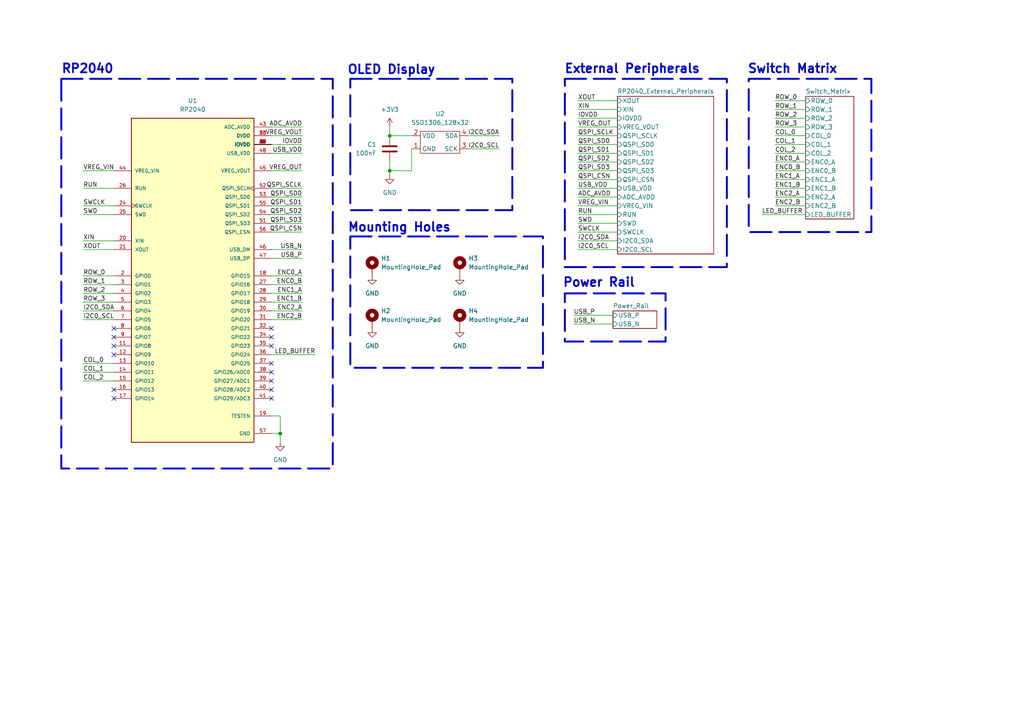
<source format=kicad_sch>
(kicad_sch (version 20231120) (generator "eeschema") (generator_version "8.0")
  (paper "A4")
  (title_block (title "RP2040_Macropad_3x3") (date "2025-08-30") (rev "V0_1") (company "Drag0th"))
  (lib_symbols
    (symbol "Device:C" (pin_numbers hide) (pin_names (offset 0.254))
      (property "Reference" "C" (at 0.635 2.54 0))
      (property "Value" "C" (at 0.635 -2.54 0))
      (symbol "C_0_1"
        (polyline (pts (xy -2.032 -0.762) (xy 2.032 -0.762)) (stroke (width 0.508)))
        (polyline (pts (xy -2.032 0.762) (xy 2.032 0.762)) (stroke (width 0.508)))
      )
      (symbol "C_1_1"
        (pin passive line (at 0 3.81 270) (length 2.794) (name "~") (number "1"))
        (pin passive line (at 0 -3.81 90) (length 2.794) (name "~") (number "2"))
      )
    )
    (symbol "KSZ_KiCad_Symbol_Library:RP2040" (pin_names (offset 1.016))
      (property "Reference" "U" (at -17.78 50.8 0))
      (property "Value" "RP2040" (at -17.78 -48.26 0))
      (symbol "RP2040_0_0"
        (rectangle (start -17.78 -45.72) (end 17.78 48.26) (stroke (width 0.254)) (fill (type background)))
        (pin power_in line (at 22.86 40.64 180) (length 5.08) (name "IOVDD") (number "1"))
        (pin power_in line (at 22.86 40.64 180) (length 5.08) (name "IOVDD") (number "10"))
        (pin bidirectional line (at -22.86 -17.78 0) (length 5.08) (name "GPIO8") (number "11"))
        (pin bidirectional line (at -22.86 -20.32 0) (length 5.08) (name "GPIO9") (number "12"))
        (pin bidirectional line (at -22.86 -22.86 0) (length 5.08) (name "GPIO10") (number "13"))
        (pin bidirectional line (at -22.86 -25.4 0) (length 5.08) (name "GPIO11") (number "14"))
        (pin bidirectional line (at -22.86 -27.94 0) (length 5.08) (name "GPIO12") (number "15"))
        (pin bidirectional line (at -22.86 -30.48 0) (length 5.08) (name "GPIO13") (number "16"))
        (pin bidirectional line (at -22.86 -33.02 0) (length 5.08) (name "GPIO14") (number "17"))
        (pin bidirectional line (at 22.86 2.54 180) (length 5.08) (name "GPIO15") (number "18"))
        (pin passive line (at 22.86 -38.1 180) (length 5.08) (name "TESTEN") (number "19"))
        (pin bidirectional line (at -22.86 2.54 0) (length 5.08) (name "GPIO0") (number "2"))
        (pin input line (at -22.86 12.7 0) (length 5.08) (name "XIN") (number "20"))
        (pin output line (at -22.86 10.16 0) (length 5.08) (name "XOUT") (number "21"))
        (pin power_in line (at 22.86 40.64 180) (length 5.08) (name "IOVDD") (number "22"))
        (pin power_in line (at 22.86 43.18 180) (length 5.08) (name "DVDD") (number "23"))
        (pin input clock (at -22.86 22.86 0) (length 5.08) (name "SWCLK") (number "24"))
        (pin bidirectional line (at -22.86 20.32 0) (length 5.08) (name "SWD") (number "25"))
        (pin input line (at -22.86 27.94 0) (length 5.08) (name "RUN") (number "26"))
        (pin bidirectional line (at 22.86 0 180) (length 5.08) (name "GPIO16") (number "27"))
        (pin bidirectional line (at 22.86 -2.54 180) (length 5.08) (name "GPIO17") (number "28"))
        (pin bidirectional line (at 22.86 -5.08 180) (length 5.08) (name "GPIO18") (number "29"))
        (pin bidirectional line (at -22.86 0 0) (length 5.08) (name "GPIO1") (number "3"))
        (pin bidirectional line (at 22.86 -7.62 180) (length 5.08) (name "GPIO19") (number "30"))
        (pin bidirectional line (at 22.86 -10.16 180) (length 5.08) (name "GPIO20") (number "31"))
        (pin bidirectional line (at 22.86 -12.7 180) (length 5.08) (name "GPIO21") (number "32"))
        (pin power_in line (at 22.86 40.64 180) (length 5.08) (name "IOVDD") (number "33"))
        (pin bidirectional line (at 22.86 -15.24 180) (length 5.08) (name "GPIO22") (number "34"))
        (pin bidirectional line (at 22.86 -17.78 180) (length 5.08) (name "GPIO23") (number "35"))
        (pin bidirectional line (at 22.86 -20.32 180) (length 5.08) (name "GPIO24") (number "36"))
        (pin bidirectional line (at 22.86 -22.86 180) (length 5.08) (name "GPIO25") (number "37"))
        (pin bidirectional line (at 22.86 -25.4 180) (length 5.08) (name "GPIO26/ADC0") (number "38"))
        (pin bidirectional line (at 22.86 -27.94 180) (length 5.08) (name "GPIO27/ADC1") (number "39"))
        (pin bidirectional line (at -22.86 -2.54 0) (length 5.08) (name "GPIO2") (number "4"))
        (pin bidirectional line (at 22.86 -30.48 180) (length 5.08) (name "GPIO28/ADC2") (number "40"))
        (pin bidirectional line (at 22.86 -33.02 180) (length 5.08) (name "GPIO29/ADC3") (number "41"))
        (pin power_in line (at 22.86 40.64 180) (length 5.08) (name "IOVDD") (number "42"))
        (pin power_in line (at 22.86 45.72 180) (length 5.08) (name "ADC_AVDD") (number "43"))
        (pin input line (at -22.86 33.02 0) (length 5.08) (name "VREG_VIN") (number "44"))
        (pin output line (at 22.86 33.02 180) (length 5.08) (name "VREG_VOUT") (number "45"))
        (pin bidirectional line (at 22.86 10.16 180) (length 5.08) (name "USB_DM") (number "46"))
        (pin bidirectional line (at 22.86 7.62 180) (length 5.08) (name "USB_DP") (number "47"))
        (pin power_in line (at 22.86 38.1 180) (length 5.08) (name "USB_VDD") (number "48"))
        (pin power_in line (at 22.86 40.64 180) (length 5.08) (name "IOVDD") (number "49"))
        (pin bidirectional line (at -22.86 -5.08 0) (length 5.08) (name "GPIO3") (number "5"))
        (pin power_in line (at 22.86 43.18 180) (length 5.08) (name "DVDD") (number "50"))
        (pin bidirectional line (at 22.86 17.78 180) (length 5.08) (name "QSPI_SD3") (number "51"))
        (pin bidirectional clock (at 22.86 27.94 180) (length 5.08) (name "QSPI_SCLK") (number "52"))
        (pin bidirectional line (at 22.86 25.4 180) (length 5.08) (name "QSPI_SD0") (number "53"))
        (pin bidirectional line (at 22.86 20.32 180) (length 5.08) (name "QSPI_SD2") (number "54"))
        (pin bidirectional line (at 22.86 22.86 180) (length 5.08) (name "QSPI_SD1") (number "55"))
        (pin bidirectional line (at 22.86 15.24 180) (length 5.08) (name "QSPI_CSN") (number "56"))
        (pin power_in line (at 22.86 -43.18 180) (length 5.08) (name "GND") (number "57"))
        (pin bidirectional line (at -22.86 -7.62 0) (length 5.08) (name "GPIO4") (number "6"))
        (pin bidirectional line (at -22.86 -10.16 0) (length 5.08) (name "GPIO5") (number "7"))
        (pin bidirectional line (at -22.86 -12.7 0) (length 5.08) (name "GPIO6") (number "8"))
        (pin bidirectional line (at -22.86 -15.24 0) (length 5.08) (name "GPIO7") (number "9"))
      )
    )
    (symbol "KSZ_KiCad_Symbol_Library:SSD1306_128x32_Display_Module"
      (property "Reference" "U" (at 0.762 1.016 0))
      (property "Value" "SSD1306_128x32" (at 8.128 -7.62 0))
      (symbol "SSD1306_128x32_Display_Module_0_1"
        (rectangle (start 0 0) (end 11.43 -6.35))
      )
      (symbol "SSD1306_128x32_Display_Module_1_1"
        (pin input line (at -2.54 -5.08 0) (length 2.54) (name "GND") (number "1"))
        (pin input line (at -2.54 -1.27 0) (length 2.54) (name "VDD") (number "2"))
        (pin input line (at 13.97 -5.08 180) (length 2.54) (name "SCK") (number "3"))
        (pin input line (at 13.97 -1.27 180) (length 2.54) (name "SDA") (number "4"))
      )
    )
    (symbol "Mechanical:MountingHole_Pad" (pin_numbers hide) (pin_names (offset 1.016) hide) (exclude_from_sim yes) (in_bom no)
      (property "Reference" "H" (at 0 6.35 0))
      (property "Value" "MountingHole_Pad" (at 0 4.445 0))
      (symbol "MountingHole_Pad_0_1"
        (circle (center 0 1.27) (radius 1.27) (stroke (width 1.27)))
      )
      (symbol "MountingHole_Pad_1_1"
        (pin input line (at 0 -2.54 90) (length 2.54) (name "1") (number "1"))
      )
    )
    (symbol "power:+3V3" (power) (pin_numbers hide) (pin_names (offset 0) hide)
      (property "Value" "+3V3" (at 0 3.556 0))
      (symbol "+3V3_0_1"
        (polyline (pts (xy -0.762 1.27) (xy 0 2.54)))
        (polyline (pts (xy 0 0) (xy 0 2.54)))
        (polyline (pts (xy 0 2.54) (xy 0.762 1.27)))
      )
      (symbol "+3V3_1_1"
        (pin power_in line (at 0 0 90) (length 0) (name "~") (number "1"))
      )
    )
    (symbol "power:GND" (power) (pin_numbers hide) (pin_names (offset 0) hide)
      (property "Value" "GND" (at 0 -3.81 0))
      (symbol "GND_0_1"
        (polyline (pts (xy 0 0) (xy 0 -1.27) (xy 1.27 -1.27) (xy 0 -2.54) (xy -1.27 -1.27) (xy 0 -1.27)))
      )
      (symbol "GND_1_1"
        (pin power_in line (at 0 0 270) (length 0) (name "~") (number "1"))
      )
    )
  )
  (junction (at 81.28 125.73))
  (junction (at 113.03 49.53))
  (junction (at 113.03 39.37))
  (no_connect (at 78.74 95.25))
  (no_connect (at 78.74 115.57))
  (no_connect (at 78.74 100.33))
  (no_connect (at 33.02 100.33))
  (no_connect (at 78.74 107.95))
  (no_connect (at 78.74 113.03))
  (no_connect (at 33.02 102.87))
  (no_connect (at 33.02 115.57))
  (no_connect (at 33.02 95.25))
  (no_connect (at 78.74 97.79))
  (no_connect (at 78.74 110.49))
  (no_connect (at 78.74 105.41))
  (no_connect (at 33.02 113.03))
  (no_connect (at 33.02 97.79))
  (wire (pts (xy 24.13 80.01) (xy 33.02 80.01)))
  (wire (pts (xy 113.03 46.99) (xy 113.03 49.53)))
  (wire (pts (xy 144.78 43.18) (xy 135.89 43.18)))
  (wire (pts (xy 224.79 59.69) (xy 233.68 59.69)))
  (wire (pts (xy 167.64 67.31) (xy 179.07 67.31)))
  (wire (pts (xy 24.13 92.71) (xy 33.02 92.71)))
  (wire (pts (xy 119.38 43.18) (xy 119.38 49.53)))
  (wire (pts (xy 119.38 49.53) (xy 113.03 49.53)))
  (wire (pts (xy 24.13 54.61) (xy 33.02 54.61)))
  (wire (pts (xy 224.79 46.99) (xy 233.68 46.99)))
  (wire (pts (xy 167.64 46.99) (xy 179.07 46.99)))
  (wire (pts (xy 224.79 41.91) (xy 233.68 41.91)))
  (wire (pts (xy 78.74 67.31) (xy 87.63 67.31)))
  (wire (pts (xy 113.03 49.53) (xy 113.03 50.8)))
  (wire (pts (xy 78.74 41.91) (xy 87.63 41.91)))
  (wire (pts (xy 78.74 59.69) (xy 87.63 59.69)))
  (wire (pts (xy 113.03 39.37) (xy 119.38 39.37)))
  (wire (pts (xy 167.64 31.75) (xy 179.07 31.75)))
  (wire (pts (xy 224.79 54.61) (xy 233.68 54.61)))
  (wire (pts (xy 78.74 72.39) (xy 87.63 72.39)))
  (wire (pts (xy 167.64 34.29) (xy 179.07 34.29)))
  (wire (pts (xy 167.64 72.39) (xy 179.07 72.39)))
  (wire (pts (xy 167.64 62.23) (xy 179.07 62.23)))
  (wire (pts (xy 167.64 49.53) (xy 179.07 49.53)))
  (wire (pts (xy 167.64 54.61) (xy 179.07 54.61)))
  (wire (pts (xy 167.64 44.45) (xy 179.07 44.45)))
  (wire (pts (xy 24.13 49.53) (xy 33.02 49.53)))
  (wire (pts (xy 78.74 80.01) (xy 87.63 80.01)))
  (wire (pts (xy 78.74 82.55) (xy 87.63 82.55)))
  (wire (pts (xy 224.79 36.83) (xy 233.68 36.83)))
  (wire (pts (xy 24.13 69.85) (xy 33.02 69.85)))
  (wire (pts (xy 113.03 36.83) (xy 113.03 39.37)))
  (wire (pts (xy 24.13 82.55) (xy 33.02 82.55)))
  (wire (pts (xy 24.13 110.49) (xy 33.02 110.49)))
  (wire (pts (xy 224.79 44.45) (xy 233.68 44.45)))
  (wire (pts (xy 24.13 59.69) (xy 33.02 59.69)))
  (wire (pts (xy 224.79 49.53) (xy 233.68 49.53)))
  (wire (pts (xy 24.13 107.95) (xy 33.02 107.95)))
  (wire (pts (xy 24.13 85.09) (xy 33.02 85.09)))
  (wire (pts (xy 78.74 64.77) (xy 87.63 64.77)))
  (wire (pts (xy 224.79 29.21) (xy 233.68 29.21)))
  (wire (pts (xy 224.79 39.37) (xy 233.68 39.37)))
  (wire (pts (xy 167.64 64.77) (xy 179.07 64.77)))
  (wire (pts (xy 78.74 44.45) (xy 87.63 44.45)))
  (wire (pts (xy 167.64 36.83) (xy 179.07 36.83)))
  (wire (pts (xy 167.64 39.37) (xy 179.07 39.37)))
  (wire (pts (xy 24.13 87.63) (xy 33.02 87.63)))
  (wire (pts (xy 166.37 93.98) (xy 177.8 93.98)))
  (wire (pts (xy 24.13 105.41) (xy 33.02 105.41)))
  (wire (pts (xy 78.74 74.93) (xy 87.63 74.93)))
  (wire (pts (xy 167.64 41.91) (xy 179.07 41.91)))
  (wire (pts (xy 220.98 62.23) (xy 233.68 62.23)))
  (wire (pts (xy 78.74 92.71) (xy 87.63 92.71)))
  (wire (pts (xy 78.74 125.73) (xy 81.28 125.73)))
  (wire (pts (xy 78.74 54.61) (xy 87.63 54.61)))
  (wire (pts (xy 24.13 90.17) (xy 33.02 90.17)))
  (wire (pts (xy 144.78 39.37) (xy 135.89 39.37)))
  (wire (pts (xy 167.64 69.85) (xy 179.07 69.85)))
  (wire (pts (xy 224.79 34.29) (xy 233.68 34.29)))
  (wire (pts (xy 78.74 120.65) (xy 81.28 120.65)))
  (wire (pts (xy 24.13 62.23) (xy 33.02 62.23)))
  (wire (pts (xy 78.74 62.23) (xy 87.63 62.23)))
  (wire (pts (xy 167.64 29.21) (xy 179.07 29.21)))
  (wire (pts (xy 78.74 49.53) (xy 87.63 49.53)))
  (wire (pts (xy 24.13 72.39) (xy 33.02 72.39)))
  (wire (pts (xy 78.74 87.63) (xy 87.63 87.63)))
  (wire (pts (xy 224.79 57.15) (xy 233.68 57.15)))
  (wire (pts (xy 78.74 90.17) (xy 87.63 90.17)))
  (wire (pts (xy 224.79 52.07) (xy 233.68 52.07)))
  (wire (pts (xy 167.64 59.69) (xy 179.07 59.69)))
  (wire (pts (xy 81.28 120.65) (xy 81.28 125.73)))
  (wire (pts (xy 78.74 102.87) (xy 91.44 102.87)))
  (wire (pts (xy 78.74 57.15) (xy 87.63 57.15)))
  (wire (pts (xy 224.79 31.75) (xy 233.68 31.75)))
  (wire (pts (xy 167.64 57.15) (xy 179.07 57.15)))
  (wire (pts (xy 166.37 91.44) (xy 177.8 91.44)))
  (wire (pts (xy 78.74 85.09) (xy 87.63 85.09)))
  (wire (pts (xy 81.28 125.73) (xy 81.28 128.27)))
  (wire (pts (xy 167.64 52.07) (xy 179.07 52.07)))
  (wire (pts (xy 78.74 36.83) (xy 87.63 36.83)))
  (wire (pts (xy 78.74 39.37) (xy 87.63 39.37)))
  (rectangle (start 101.6 22.86) (end 148.59 60.96) (stroke (width 0.5588) (type dash)))
  (rectangle (start 163.83 22.86) (end 210.82 77.47) (stroke (width 0.5588) (type dash)))
  (rectangle (start 17.78 22.86) (end 96.52 135.89) (stroke (width 0.5588) (type dash)))
  (rectangle (start 163.83 85.09) (end 193.04 99.06) (stroke (width 0.5588) (type dash)))
  (rectangle (start 217.17 22.86) (end 252.73 67.31) (stroke (width 0.5588) (type dash)))
  (rectangle (start 101.6 68.58) (end 157.48 106.68) (stroke (width 0.5588) (type dash)))
  (text "OLED Display" (at 113.538 20.32 0) (effects (font (size 2.54 2.54) (thickness 0.508) (bold yes))))
  (text "RP2040" (at 25.4 20.066 0) (effects (font (size 2.54 2.54) (thickness 0.508) (bold yes))))
  (text "External Peripherals" (at 183.388 20.066 0) (effects (font (size 2.54 2.54) (thickness 0.508) (bold yes))))
  (text "Switch Matrix" (at 229.87 20.066 0) (effects (font (size 2.54 2.54) (thickness 0.508) (bold yes))))
  (text "Mounting Holes" (at 115.824 66.04 0) (effects (font (size 2.54 2.54) (thickness 0.508) (bold yes))))
  (text "Power Rail" (at 173.736 82.042 0) (effects (font (size 2.54 2.54) (thickness 0.508) (bold yes))))
  (label "QSPI_SD2" (at 167.64 46.99 0))
  (label "ENC0_B" (at 87.63 82.55 180))
  (label "COL_0" (at 24.13 105.41 0))
  (label "IOVDD" (at 167.64 34.29 0))
  (label "QSPI_SD0" (at 87.63 57.15 180))
  (label "USB_VDD" (at 87.63 44.45 180))
  (label "QSPI_SD2" (at 87.63 62.23 180))
  (label "QSPI_SD1" (at 167.64 44.45 0))
  (label "COL_1" (at 24.13 107.95 0))
  (label "I2C0_SDA" (at 24.13 90.17 0))
  (label "ENC0_A" (at 87.63 80.01 180))
  (label "XOUT" (at 24.13 72.39 0))
  (label "I2C0_SCL" (at 144.78 43.18 180))
  (label "ENC2_B" (at 224.79 59.69 0))
  (label "LED_BUFFER" (at 220.98 62.23 0))
  (label "IOVDD" (at 87.63 41.91 180))
  (label "ROW_1" (at 24.13 82.55 0))
  (label "ROW_1" (at 224.79 31.75 0))
  (label "SWD" (at 24.13 62.23 0))
  (label "USB_P" (at 166.37 91.44 0))
  (label "QSPI_SCLK" (at 167.64 39.37 0))
  (label "ENC2_A" (at 87.63 90.17 180))
  (label "ROW_2" (at 224.79 34.29 0))
  (label "I2C0_SDA" (at 167.64 69.85 0))
  (label "QSPI_CSN" (at 87.63 67.31 180))
  (label "ENC2_B" (at 87.63 92.71 180))
  (label "COL_2" (at 224.79 44.45 0))
  (label "USB_N" (at 87.63 72.39 180))
  (label "ENC1_B" (at 224.79 54.61 0))
  (label "VREG_OUT" (at 87.63 49.53 180))
  (label "ROW_3" (at 24.13 87.63 0))
  (label "XIN" (at 167.64 31.75 0))
  (label "QSPI_SD3" (at 87.63 64.77 180))
  (label "ADC_AVDD" (at 167.64 57.15 0))
  (label "LED_BUFFER" (at 91.44 102.87 180))
  (label "ENC2_A" (at 224.79 57.15 0))
  (label "COL_2" (at 24.13 110.49 0))
  (label "ENC0_B" (at 224.79 49.53 0))
  (label "ENC1_A" (at 224.79 52.07 0))
  (label "ENC1_A" (at 87.63 85.09 180))
  (label "RUN" (at 24.13 54.61 0))
  (label "QSPI_SD1" (at 87.63 59.69 180))
  (label "RUN" (at 167.64 62.23 0))
  (label "ROW_2" (at 24.13 85.09 0))
  (label "QSPI_SD3" (at 167.64 49.53 0))
  (label "XOUT" (at 167.64 29.21 0))
  (label "QSPI_SD0" (at 167.64 41.91 0))
  (label "VREG_OUT" (at 167.64 36.83 0))
  (label "ROW_0" (at 224.79 29.21 0))
  (label "USB_P" (at 87.63 74.93 180))
  (label "ENC0_A" (at 224.79 46.99 0))
  (label "SWCLK" (at 167.64 67.31 0))
  (label "VREG_VIN" (at 167.64 59.69 0))
  (label "SWD" (at 167.64 64.77 0))
  (label "ROW_3" (at 224.79 36.83 0))
  (label "I2C0_SCL" (at 167.64 72.39 0))
  (label "ROW_0" (at 24.13 80.01 0))
  (label "VREG_VOUT" (at 87.63 39.37 180))
  (label "XIN" (at 24.13 69.85 0))
  (label "QSPI_SCLK" (at 87.63 54.61 180))
  (label "COL_0" (at 224.79 39.37 0))
  (label "QSPI_CSN" (at 167.64 52.07 0))
  (label "SWCLK" (at 24.13 59.69 0))
  (label "COL_1" (at 224.79 41.91 0))
  (label "USB_N" (at 166.37 93.98 0))
  (label "VREG_VIN" (at 24.13 49.53 0))
  (label "ADC_AVDD" (at 87.63 36.83 180))
  (label "I2C0_SCL" (at 24.13 92.71 0))
  (label "ENC1_B" (at 87.63 87.63 180))
  (label "I2C0_SDA" (at 144.78 39.37 180))
  (label "USB_VDD" (at 167.64 54.61 0))
  (symbol (lib_id "power:GND") (at 133.35 95.25 0) (unit 1)
    (property "Reference" "#PWR096" (effects (hide yes)))
    (property "Value" "GND" (at 133.35 100.33 0))
    (property "Description" "Power symbol creates a global label with name \"GND\" , ground" (effects (hide yes)))
  )
  (symbol (lib_id "power:+3V3") (at 113.03 36.83 0) (unit 1)
    (property "Reference" "#PWR090" (effects (hide yes)))
    (property "Value" "+3V3" (at 113.03 31.75 0))
    (property "Description" "Power symbol creates a global label with name \"+3V3\"" (effects (hide yes)))
  )
  (symbol (lib_id "Device:C") (at 113.03 43.18 0) (mirror x) (unit 1)
    (property "Reference" "C1" (at 109.22 41.9099 0) (effects (justify right)))
    (property "Value" "100nF" (at 109.22 44.4499 0) (effects (justify right)))
    (property "Footprint" "Capacitor_SMD:C_0603_1608Metric_Pad1.08x0.95mm_HandSolder" (effects (hide yes)))
    (property "Description" "Unpolarized capacitor" (effects (hide yes)))
  )
  (symbol (lib_id "power:GND") (at 81.28 128.27 0) (unit 1)
    (property "Reference" "#PWR034" (effects (hide yes)))
    (property "Value" "GND" (at 81.28 133.35 0))
    (property "Description" "Power symbol creates a global label with name \"GND\" , ground" (effects (hide yes)))
  )
  (symbol (lib_id "KSZ_KiCad_Symbol_Library:SSD1306_128x32_Display_Module") (at 121.92 38.1 0) (unit 1)
    (property "Reference" "U2" (at 127.635 33.02 0))
    (property "Value" "SSD1306_128x32" (at 127.635 35.56 0))
    (property "Footprint" "KSZ_KiCad_Footprint_Library:SSD1306_128x32_Display_Module" (effects (hide yes)))
  )
  (symbol (lib_id "Mechanical:MountingHole_Pad") (at 133.35 77.47 0) (unit 1) (exclude_from_sim yes) (in_bom no)
    (property "Reference" "H3" (at 135.89 74.9299 0) (effects (justify left)))
    (property "Value" "MountingHole_Pad" (at 135.89 77.4699 0) (effects (justify left)))
    (property "Footprint" "MountingHole:MountingHole_3.2mm_M3_Pad" (effects (hide yes)))
    (property "Description" "Mounting Hole with connection" (effects (hide yes)))
  )
  (symbol (lib_id "KSZ_KiCad_Symbol_Library:RP2040") (at 55.88 82.55 0) (unit 1)
    (property "Reference" "U1" (at 55.88 29.21 0))
    (property "Value" "RP2040" (at 55.88 31.75 0))
    (property "Footprint" "KSZ_KiCad_Footprint_Library:QFN40P700X700X90-57N" (effects (hide yes)))
    (property "MF" "Raspberry Pi" (effects (hide yes)))
    (property "MAXIMUM_PACKAGE_HEIGHT" "0.9 mm" (effects (hide yes)))
    (property "Package" "None" (effects (hide yes)))
    (property "Price" "None" (effects (hide yes)))
    (property "Check_prices" "https://www.snapeda.com/parts/RP2040/Raspberry+Pi/view-part/?ref=eda" (effects (hide yes)))
    (property "STANDARD" "IPC 7351B" (effects (hide yes)))
    (property "PARTREV" "1.6.1" (effects (hide yes)))
    (property "SnapEDA_Link" "https://www.snapeda.com/parts/RP2040/Raspberry+Pi/view-part/?ref=snap" (effects (hide yes)))
    (property "MP" "RP2040" (effects (hide yes)))
    (property "Description_1" "\n                        \n                            RP2040 chip for Raspberry Pi Pico - ARM® Cortex®-M0+ MCU 32-Bit\n                        \n" (effects (hide yes)))
    (property "Availability" "In Stock" (effects (hide yes)))
    (property "MANUFACTURER" "Raspberry Pi" (effects (hide yes)))
  )
  (symbol (lib_id "power:GND") (at 107.95 95.25 0) (unit 1)
    (property "Reference" "#PWR095" (effects (hide yes)))
    (property "Value" "GND" (at 107.95 100.33 0))
    (property "Description" "Power symbol creates a global label with name \"GND\" , ground" (effects (hide yes)))
  )
  (symbol (lib_id "Mechanical:MountingHole_Pad") (at 107.95 77.47 0) (unit 1) (exclude_from_sim yes) (in_bom no)
    (property "Reference" "H1" (at 110.49 74.9299 0) (effects (justify left)))
    (property "Value" "MountingHole_Pad" (at 110.49 77.4699 0) (effects (justify left)))
    (property "Footprint" "MountingHole:MountingHole_3.2mm_M3_Pad" (effects (hide yes)))
    (property "Description" "Mounting Hole with connection" (effects (hide yes)))
  )
  (symbol (lib_id "power:GND") (at 107.95 80.01 0) (unit 1)
    (property "Reference" "#PWR093" (effects (hide yes)))
    (property "Value" "GND" (at 107.95 85.09 0))
    (property "Description" "Power symbol creates a global label with name \"GND\" , ground" (effects (hide yes)))
  )
  (symbol (lib_id "power:GND") (at 133.35 80.01 0) (unit 1)
    (property "Reference" "#PWR094" (effects (hide yes)))
    (property "Value" "GND" (at 133.35 85.09 0))
    (property "Description" "Power symbol creates a global label with name \"GND\" , ground" (effects (hide yes)))
  )
  (symbol (lib_id "Mechanical:MountingHole_Pad") (at 133.35 92.71 0) (unit 1) (exclude_from_sim yes) (in_bom no)
    (property "Reference" "H4" (at 135.89 90.1699 0) (effects (justify left)))
    (property "Value" "MountingHole_Pad" (at 135.89 92.7099 0) (effects (justify left)))
    (property "Footprint" "MountingHole:MountingHole_3.2mm_M3_Pad" (effects (hide yes)))
    (property "Description" "Mounting Hole with connection" (effects (hide yes)))
  )
  (symbol (lib_id "Mechanical:MountingHole_Pad") (at 107.95 92.71 0) (unit 1) (exclude_from_sim yes) (in_bom no)
    (property "Reference" "H2" (at 110.49 90.1699 0) (effects (justify left)))
    (property "Value" "MountingHole_Pad" (at 110.49 92.7099 0) (effects (justify left)))
    (property "Footprint" "MountingHole:MountingHole_3.2mm_M3_Pad" (effects (hide yes)))
    (property "Description" "Mounting Hole with connection" (effects (hide yes)))
  )
  (symbol (lib_id "power:GND") (at 113.03 50.8 0) (unit 1)
    (property "Reference" "#PWR091" (effects (hide yes)))
    (property "Value" "GND" (at 113.03 55.88 0))
    (property "Description" "Power symbol creates a global label with name \"GND\" , ground" (effects (hide yes)))
  )
  (sheet (at 233.68 27.94) (size 13.97 35.56) (stroke (width 0.1524))
    (property "Sheetname" "Switch_Matrix" (at 233.68 27.2284 0) (effects (justify left bottom)))
    (property "Sheetfile" "Switch_Matrix.kicad_sch" (effects (hide yes)))
    (pin "COL_2" input (at 233.68 44.45 180))
    (pin "COL_1" input (at 233.68 41.91 180))
    (pin "COL_0" input (at 233.68 39.37 180))
    (pin "ROW_0" input (at 233.68 29.21 180))
    (pin "ROW_1" input (at 233.68 31.75 180))
    (pin "ROW_2" input (at 233.68 34.29 180))
    (pin "ENC2_B" input (at 233.68 59.69 180))
    (pin "ENC2_A" input (at 233.68 57.15 180))
    (pin "ENC1_A" input (at 233.68 52.07 180))
    (pin "ENC1_B" input (at 233.68 54.61 180))
    (pin "ENC0_B" input (at 233.68 49.53 180))
    (pin "ENC0_A" input (at 233.68 46.99 180))
    (pin "ROW_3" input (at 233.68 36.83 180))
    (pin "LED_BUFFER" input (at 233.68 62.23 180))
  )
  (sheet (at 177.8 90.17) (size 12.7 5.08) (stroke (width 0.1524))
    (property "Sheetname" "Power_Rail" (at 177.8 89.4584 0) (effects (justify left bottom)))
    (property "Sheetfile" "Power_Rail.kicad_sch" (effects (hide yes)))
    (pin "USB_P" input (at 177.8 91.44 180))
    (pin "USB_N" input (at 177.8 93.98 180))
  )
  (sheet (at 179.07 27.94) (size 27.94 45.72) (stroke (width 0.1524))
    (property "Sheetname" "RP2040_External_Peripherals" (at 179.07 27.2284 0) (effects (justify left bottom)))
    (property "Sheetfile" "RP2040_External_Peripherals.kicad_sch" (effects (hide yes)))
    (pin "XOUT" input (at 179.07 29.21 180))
    (pin "XIN" input (at 179.07 31.75 180))
    (pin "IOVDD" input (at 179.07 34.29 180))
    (pin "VREG_VOUT" input (at 179.07 36.83 180))
    (pin "QSPI_SCLK" input (at 179.07 39.37 180))
    (pin "QSPI_SD3" input (at 179.07 49.53 180))
    (pin "QSPI_SD0" input (at 179.07 41.91 180))
    (pin "QSPI_SD1" input (at 179.07 44.45 180))
    (pin "QSPI_SD2" input (at 179.07 46.99 180))
    (pin "QSPI_CSN" input (at 179.07 52.07 180))
    (pin "USB_VDD" input (at 179.07 54.61 180))
    (pin "ADC_AVDD" input (at 179.07 57.15 180))
    (pin "VREG_VIN" input (at 179.07 59.69 180))
    (pin "RUN" input (at 179.07 62.23 180))
    (pin "SWD" input (at 179.07 64.77 180))
    (pin "SWCLK" input (at 179.07 67.31 180))
    (pin "I2C0_SDA" input (at 179.07 69.85 180))
    (pin "I2C0_SCL" input (at 179.07 72.39 180))
  )
)
</source>
